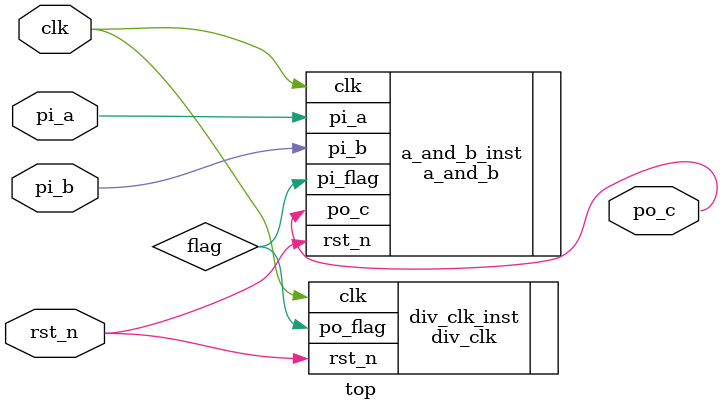
<source format=v>
module top(
	input wire pi_a,
	input wire pi_b,
	input wire rst_n,
	input wire clk,
	output wire po_c //wire类型
	);

	wire flag;
	div_clk div_clk_inst(
		.clk(clk),
		.rst_n(rst_n),
		.po_flag(flag)
		);

	a_and_b a_and_b_inst(
		.pi_a(pi_a),//如果模块内部接口是输入例化时连接可以是wire变量也可以是reg
		.pi_b(pi_b),
		.pi_flag(flag),
		.rst_n(rst_n),
		.clk(clk),
		.po_c(po_c)//如果模块内接口是输出例化时必须连接wire变量
		);

endmodule
</source>
